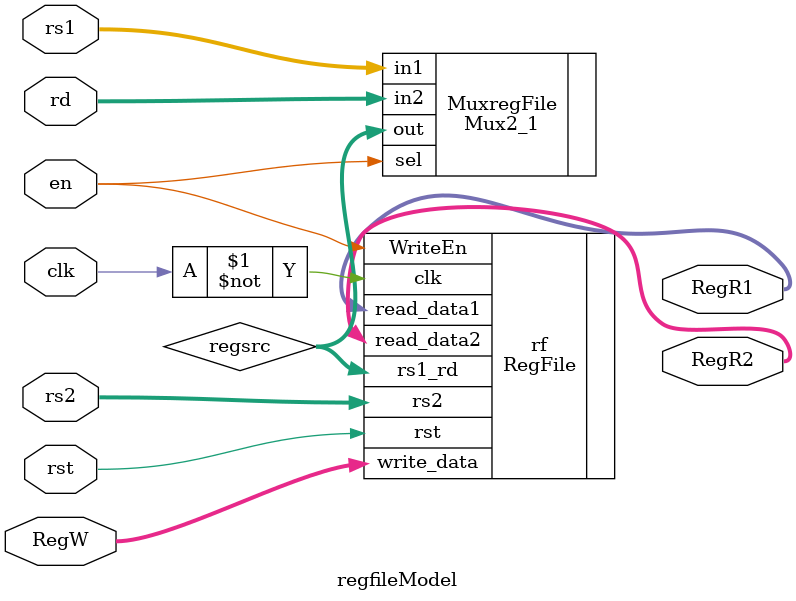
<source format=v>
`timescale 1ns / 1ps


module regfileModel( input clk, input rst, input en, input[4:0] rs1, input[4:0] rs2, input[4:0] rd, input[31:0] RegW, output[31:0] RegR1, output[31:0] RegR2);
    wire[4:0] regsrc;
    RegFile rf (.clk        (~clk),
                .rst        (rst),
                .WriteEn    (en),
                .rs1_rd     (regsrc),
                .rs2        (rs2),
                .write_data (RegW),
                .read_data1 (RegR1),
                .read_data2 (RegR2)
        );
        Mux2_1#(5) MuxregFile (.sel (en),
                                 .in1 (rs1),
                                 .in2 (rd),
                                 .out (regsrc)
        );
                  
endmodule

</source>
